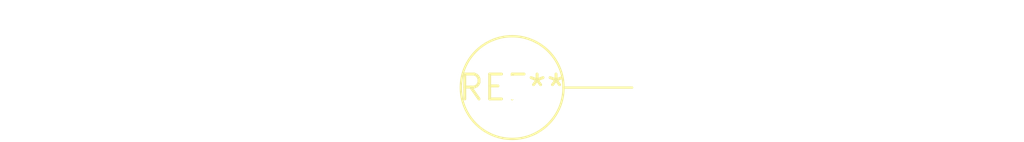
<source format=kicad_pcb>
(kicad_pcb (version 20240108) (generator pcbnew)
  (layers (0 "F.Cu" signal) (31 "B.Cu" signal) (34 "B.Paste" user) (35 "F.Paste" user) (36 "B.SilkS" user "B.Silkscreen") (37 "F.SilkS" user "F.Silkscreen") (38 "B.Mask" user) (39 "F.Mask" user) (44 "Edge.Cuts" user))
  (net 0 "")
  (footprint "R_Axial_DIN0516_L15.5mm_D5.0mm_P7.62mm_Vertical" (layer "F.Cu") (at 0 0)
    (property "Reference" "REF**")
    (property "Value" "R_Axial_DIN0516_L15.5mm_D5.0mm_P7.62mm_Vertical")
    (fp_line (start 2.62 0) (end 6.12 0) (layer "F.SilkS") (stroke (width 0.12)))
    (fp_circle (center 0 0) (end 2.62 0) (layer "F.SilkS") (stroke (width 0.12)) (fill none))
    (pad "1" thru_hole circle (at 0 0) (size 2.4 2.4) (drill 1.2) (layers *.Cu *.Mask) (remove_unused_layers))
    (pad "2" thru_hole oval (at 7.62 0) (size 2.4 2.4) (drill 1.2) (layers *.Cu *.Mask) (remove_unused_layers))
  )
)
</source>
